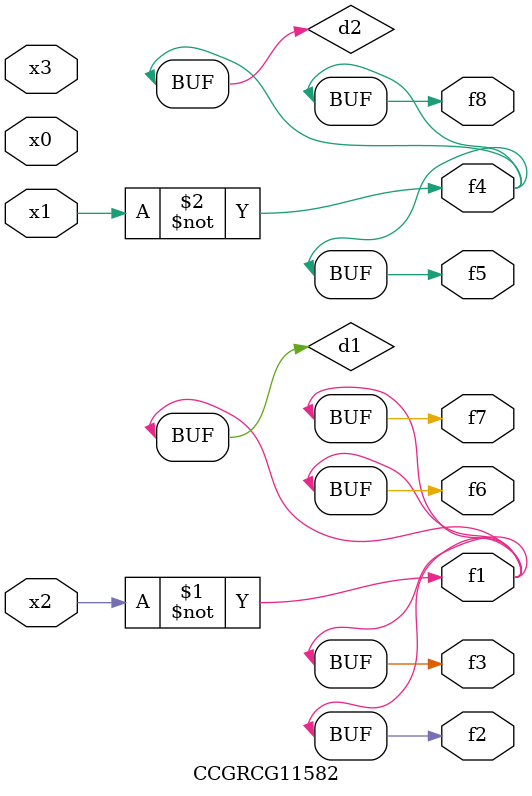
<source format=v>
module CCGRCG11582(
	input x0, x1, x2, x3,
	output f1, f2, f3, f4, f5, f6, f7, f8
);

	wire d1, d2;

	xnor (d1, x2);
	not (d2, x1);
	assign f1 = d1;
	assign f2 = d1;
	assign f3 = d1;
	assign f4 = d2;
	assign f5 = d2;
	assign f6 = d1;
	assign f7 = d1;
	assign f8 = d2;
endmodule

</source>
